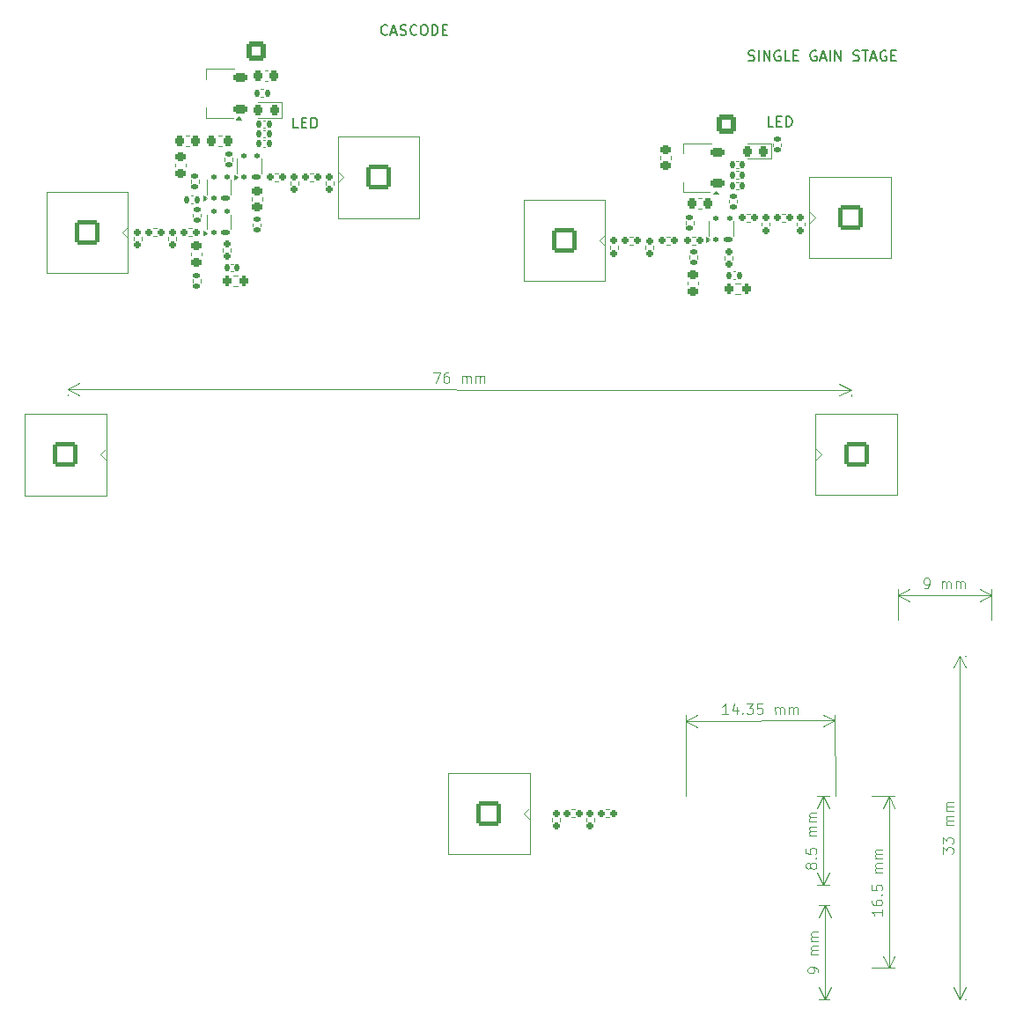
<source format=gto>
G04 #@! TF.GenerationSoftware,KiCad,Pcbnew,8.0.8-8.0.8-0~ubuntu24.04.1*
G04 #@! TF.CreationDate,2025-01-18T16:04:16+01:00*
G04 #@! TF.ProjectId,rf_lna,72665f6c-6e61-42e6-9b69-6361645f7063,rev?*
G04 #@! TF.SameCoordinates,Original*
G04 #@! TF.FileFunction,Legend,Top*
G04 #@! TF.FilePolarity,Positive*
%FSLAX46Y46*%
G04 Gerber Fmt 4.6, Leading zero omitted, Abs format (unit mm)*
G04 Created by KiCad (PCBNEW 8.0.8-8.0.8-0~ubuntu24.04.1) date 2025-01-18 16:04:16*
%MOMM*%
%LPD*%
G01*
G04 APERTURE LIST*
G04 Aperture macros list*
%AMRoundRect*
0 Rectangle with rounded corners*
0 $1 Rounding radius*
0 $2 $3 $4 $5 $6 $7 $8 $9 X,Y pos of 4 corners*
0 Add a 4 corners polygon primitive as box body*
4,1,4,$2,$3,$4,$5,$6,$7,$8,$9,$2,$3,0*
0 Add four circle primitives for the rounded corners*
1,1,$1+$1,$2,$3*
1,1,$1+$1,$4,$5*
1,1,$1+$1,$6,$7*
1,1,$1+$1,$8,$9*
0 Add four rect primitives between the rounded corners*
20,1,$1+$1,$2,$3,$4,$5,0*
20,1,$1+$1,$4,$5,$6,$7,0*
20,1,$1+$1,$6,$7,$8,$9,0*
20,1,$1+$1,$8,$9,$2,$3,0*%
%AMFreePoly0*
4,1,9,3.862500,-0.866500,0.737500,-0.866500,0.737500,-0.450000,-0.737500,-0.450000,-0.737500,0.450000,0.737500,0.450000,0.737500,0.866500,3.862500,0.866500,3.862500,-0.866500,3.862500,-0.866500,$1*%
G04 Aperture macros list end*
%ADD10C,0.160000*%
%ADD11C,0.100000*%
%ADD12C,0.120000*%
%ADD13RoundRect,0.135000X-0.185000X0.135000X-0.185000X-0.135000X0.185000X-0.135000X0.185000X0.135000X0*%
%ADD14RoundRect,0.160000X0.160000X-0.197500X0.160000X0.197500X-0.160000X0.197500X-0.160000X-0.197500X0*%
%ADD15RoundRect,0.218750X-0.256250X0.218750X-0.256250X-0.218750X0.256250X-0.218750X0.256250X0.218750X0*%
%ADD16RoundRect,0.160000X-0.197500X-0.160000X0.197500X-0.160000X0.197500X0.160000X-0.197500X0.160000X0*%
%ADD17RoundRect,0.140000X-0.140000X-0.170000X0.140000X-0.170000X0.140000X0.170000X-0.140000X0.170000X0*%
%ADD18RoundRect,0.200100X-0.949900X-0.949900X0.949900X-0.949900X0.949900X0.949900X-0.949900X0.949900X0*%
%ADD19C,2.200000*%
%ADD20RoundRect,0.200000X-0.200000X-0.275000X0.200000X-0.275000X0.200000X0.275000X-0.200000X0.275000X0*%
%ADD21RoundRect,0.225000X-0.225000X-0.250000X0.225000X-0.250000X0.225000X0.250000X-0.225000X0.250000X0*%
%ADD22RoundRect,0.125000X-0.125000X-0.165000X0.125000X-0.165000X0.125000X0.165000X-0.125000X0.165000X0*%
%ADD23RoundRect,0.145000X-0.255000X-0.145000X0.255000X-0.145000X0.255000X0.145000X-0.255000X0.145000X0*%
%ADD24RoundRect,0.250000X0.675000X0.675000X-0.675000X0.675000X-0.675000X-0.675000X0.675000X-0.675000X0*%
%ADD25C,1.850000*%
%ADD26RoundRect,0.218750X-0.218750X-0.256250X0.218750X-0.256250X0.218750X0.256250X-0.218750X0.256250X0*%
%ADD27RoundRect,0.200100X0.949900X0.949900X-0.949900X0.949900X-0.949900X-0.949900X0.949900X-0.949900X0*%
%ADD28RoundRect,0.160000X0.197500X0.160000X-0.197500X0.160000X-0.197500X-0.160000X0.197500X-0.160000X0*%
%ADD29RoundRect,0.218750X0.218750X0.256250X-0.218750X0.256250X-0.218750X-0.256250X0.218750X-0.256250X0*%
%ADD30RoundRect,0.135000X0.135000X0.185000X-0.135000X0.185000X-0.135000X-0.185000X0.135000X-0.185000X0*%
%ADD31RoundRect,0.160000X-0.160000X0.197500X-0.160000X-0.197500X0.160000X-0.197500X0.160000X0.197500X0*%
%ADD32RoundRect,0.225000X-0.250000X0.225000X-0.250000X-0.225000X0.250000X-0.225000X0.250000X0.225000X0*%
%ADD33RoundRect,0.225000X0.425000X0.225000X-0.425000X0.225000X-0.425000X-0.225000X0.425000X-0.225000X0*%
%ADD34FreePoly0,180.000000*%
%ADD35RoundRect,0.135000X0.185000X-0.135000X0.185000X0.135000X-0.185000X0.135000X-0.185000X-0.135000X0*%
G04 APERTURE END LIST*
D10*
X91064786Y-54974060D02*
X91017167Y-55021680D01*
X91017167Y-55021680D02*
X90874310Y-55069299D01*
X90874310Y-55069299D02*
X90779072Y-55069299D01*
X90779072Y-55069299D02*
X90636215Y-55021680D01*
X90636215Y-55021680D02*
X90540977Y-54926441D01*
X90540977Y-54926441D02*
X90493358Y-54831203D01*
X90493358Y-54831203D02*
X90445739Y-54640727D01*
X90445739Y-54640727D02*
X90445739Y-54497870D01*
X90445739Y-54497870D02*
X90493358Y-54307394D01*
X90493358Y-54307394D02*
X90540977Y-54212156D01*
X90540977Y-54212156D02*
X90636215Y-54116918D01*
X90636215Y-54116918D02*
X90779072Y-54069299D01*
X90779072Y-54069299D02*
X90874310Y-54069299D01*
X90874310Y-54069299D02*
X91017167Y-54116918D01*
X91017167Y-54116918D02*
X91064786Y-54164537D01*
X91445739Y-54783584D02*
X91921929Y-54783584D01*
X91350501Y-55069299D02*
X91683834Y-54069299D01*
X91683834Y-54069299D02*
X92017167Y-55069299D01*
X92302882Y-55021680D02*
X92445739Y-55069299D01*
X92445739Y-55069299D02*
X92683834Y-55069299D01*
X92683834Y-55069299D02*
X92779072Y-55021680D01*
X92779072Y-55021680D02*
X92826691Y-54974060D01*
X92826691Y-54974060D02*
X92874310Y-54878822D01*
X92874310Y-54878822D02*
X92874310Y-54783584D01*
X92874310Y-54783584D02*
X92826691Y-54688346D01*
X92826691Y-54688346D02*
X92779072Y-54640727D01*
X92779072Y-54640727D02*
X92683834Y-54593108D01*
X92683834Y-54593108D02*
X92493358Y-54545489D01*
X92493358Y-54545489D02*
X92398120Y-54497870D01*
X92398120Y-54497870D02*
X92350501Y-54450251D01*
X92350501Y-54450251D02*
X92302882Y-54355013D01*
X92302882Y-54355013D02*
X92302882Y-54259775D01*
X92302882Y-54259775D02*
X92350501Y-54164537D01*
X92350501Y-54164537D02*
X92398120Y-54116918D01*
X92398120Y-54116918D02*
X92493358Y-54069299D01*
X92493358Y-54069299D02*
X92731453Y-54069299D01*
X92731453Y-54069299D02*
X92874310Y-54116918D01*
X93874310Y-54974060D02*
X93826691Y-55021680D01*
X93826691Y-55021680D02*
X93683834Y-55069299D01*
X93683834Y-55069299D02*
X93588596Y-55069299D01*
X93588596Y-55069299D02*
X93445739Y-55021680D01*
X93445739Y-55021680D02*
X93350501Y-54926441D01*
X93350501Y-54926441D02*
X93302882Y-54831203D01*
X93302882Y-54831203D02*
X93255263Y-54640727D01*
X93255263Y-54640727D02*
X93255263Y-54497870D01*
X93255263Y-54497870D02*
X93302882Y-54307394D01*
X93302882Y-54307394D02*
X93350501Y-54212156D01*
X93350501Y-54212156D02*
X93445739Y-54116918D01*
X93445739Y-54116918D02*
X93588596Y-54069299D01*
X93588596Y-54069299D02*
X93683834Y-54069299D01*
X93683834Y-54069299D02*
X93826691Y-54116918D01*
X93826691Y-54116918D02*
X93874310Y-54164537D01*
X94493358Y-54069299D02*
X94683834Y-54069299D01*
X94683834Y-54069299D02*
X94779072Y-54116918D01*
X94779072Y-54116918D02*
X94874310Y-54212156D01*
X94874310Y-54212156D02*
X94921929Y-54402632D01*
X94921929Y-54402632D02*
X94921929Y-54735965D01*
X94921929Y-54735965D02*
X94874310Y-54926441D01*
X94874310Y-54926441D02*
X94779072Y-55021680D01*
X94779072Y-55021680D02*
X94683834Y-55069299D01*
X94683834Y-55069299D02*
X94493358Y-55069299D01*
X94493358Y-55069299D02*
X94398120Y-55021680D01*
X94398120Y-55021680D02*
X94302882Y-54926441D01*
X94302882Y-54926441D02*
X94255263Y-54735965D01*
X94255263Y-54735965D02*
X94255263Y-54402632D01*
X94255263Y-54402632D02*
X94302882Y-54212156D01*
X94302882Y-54212156D02*
X94398120Y-54116918D01*
X94398120Y-54116918D02*
X94493358Y-54069299D01*
X95350501Y-55069299D02*
X95350501Y-54069299D01*
X95350501Y-54069299D02*
X95588596Y-54069299D01*
X95588596Y-54069299D02*
X95731453Y-54116918D01*
X95731453Y-54116918D02*
X95826691Y-54212156D01*
X95826691Y-54212156D02*
X95874310Y-54307394D01*
X95874310Y-54307394D02*
X95921929Y-54497870D01*
X95921929Y-54497870D02*
X95921929Y-54640727D01*
X95921929Y-54640727D02*
X95874310Y-54831203D01*
X95874310Y-54831203D02*
X95826691Y-54926441D01*
X95826691Y-54926441D02*
X95731453Y-55021680D01*
X95731453Y-55021680D02*
X95588596Y-55069299D01*
X95588596Y-55069299D02*
X95350501Y-55069299D01*
X96350501Y-54545489D02*
X96683834Y-54545489D01*
X96826691Y-55069299D02*
X96350501Y-55069299D01*
X96350501Y-55069299D02*
X96350501Y-54069299D01*
X96350501Y-54069299D02*
X96826691Y-54069299D01*
X82482048Y-63994299D02*
X82005858Y-63994299D01*
X82005858Y-63994299D02*
X82005858Y-62994299D01*
X82815382Y-63470489D02*
X83148715Y-63470489D01*
X83291572Y-63994299D02*
X82815382Y-63994299D01*
X82815382Y-63994299D02*
X82815382Y-62994299D01*
X82815382Y-62994299D02*
X83291572Y-62994299D01*
X83720144Y-63994299D02*
X83720144Y-62994299D01*
X83720144Y-62994299D02*
X83958239Y-62994299D01*
X83958239Y-62994299D02*
X84101096Y-63041918D01*
X84101096Y-63041918D02*
X84196334Y-63137156D01*
X84196334Y-63137156D02*
X84243953Y-63232394D01*
X84243953Y-63232394D02*
X84291572Y-63422870D01*
X84291572Y-63422870D02*
X84291572Y-63565727D01*
X84291572Y-63565727D02*
X84243953Y-63756203D01*
X84243953Y-63756203D02*
X84196334Y-63851441D01*
X84196334Y-63851441D02*
X84101096Y-63946680D01*
X84101096Y-63946680D02*
X83958239Y-63994299D01*
X83958239Y-63994299D02*
X83720144Y-63994299D01*
X128169548Y-63869299D02*
X127693358Y-63869299D01*
X127693358Y-63869299D02*
X127693358Y-62869299D01*
X128502882Y-63345489D02*
X128836215Y-63345489D01*
X128979072Y-63869299D02*
X128502882Y-63869299D01*
X128502882Y-63869299D02*
X128502882Y-62869299D01*
X128502882Y-62869299D02*
X128979072Y-62869299D01*
X129407644Y-63869299D02*
X129407644Y-62869299D01*
X129407644Y-62869299D02*
X129645739Y-62869299D01*
X129645739Y-62869299D02*
X129788596Y-62916918D01*
X129788596Y-62916918D02*
X129883834Y-63012156D01*
X129883834Y-63012156D02*
X129931453Y-63107394D01*
X129931453Y-63107394D02*
X129979072Y-63297870D01*
X129979072Y-63297870D02*
X129979072Y-63440727D01*
X129979072Y-63440727D02*
X129931453Y-63631203D01*
X129931453Y-63631203D02*
X129883834Y-63726441D01*
X129883834Y-63726441D02*
X129788596Y-63821680D01*
X129788596Y-63821680D02*
X129645739Y-63869299D01*
X129645739Y-63869299D02*
X129407644Y-63869299D01*
X125775739Y-57481680D02*
X125918596Y-57529299D01*
X125918596Y-57529299D02*
X126156691Y-57529299D01*
X126156691Y-57529299D02*
X126251929Y-57481680D01*
X126251929Y-57481680D02*
X126299548Y-57434060D01*
X126299548Y-57434060D02*
X126347167Y-57338822D01*
X126347167Y-57338822D02*
X126347167Y-57243584D01*
X126347167Y-57243584D02*
X126299548Y-57148346D01*
X126299548Y-57148346D02*
X126251929Y-57100727D01*
X126251929Y-57100727D02*
X126156691Y-57053108D01*
X126156691Y-57053108D02*
X125966215Y-57005489D01*
X125966215Y-57005489D02*
X125870977Y-56957870D01*
X125870977Y-56957870D02*
X125823358Y-56910251D01*
X125823358Y-56910251D02*
X125775739Y-56815013D01*
X125775739Y-56815013D02*
X125775739Y-56719775D01*
X125775739Y-56719775D02*
X125823358Y-56624537D01*
X125823358Y-56624537D02*
X125870977Y-56576918D01*
X125870977Y-56576918D02*
X125966215Y-56529299D01*
X125966215Y-56529299D02*
X126204310Y-56529299D01*
X126204310Y-56529299D02*
X126347167Y-56576918D01*
X126775739Y-57529299D02*
X126775739Y-56529299D01*
X127251929Y-57529299D02*
X127251929Y-56529299D01*
X127251929Y-56529299D02*
X127823357Y-57529299D01*
X127823357Y-57529299D02*
X127823357Y-56529299D01*
X128823357Y-56576918D02*
X128728119Y-56529299D01*
X128728119Y-56529299D02*
X128585262Y-56529299D01*
X128585262Y-56529299D02*
X128442405Y-56576918D01*
X128442405Y-56576918D02*
X128347167Y-56672156D01*
X128347167Y-56672156D02*
X128299548Y-56767394D01*
X128299548Y-56767394D02*
X128251929Y-56957870D01*
X128251929Y-56957870D02*
X128251929Y-57100727D01*
X128251929Y-57100727D02*
X128299548Y-57291203D01*
X128299548Y-57291203D02*
X128347167Y-57386441D01*
X128347167Y-57386441D02*
X128442405Y-57481680D01*
X128442405Y-57481680D02*
X128585262Y-57529299D01*
X128585262Y-57529299D02*
X128680500Y-57529299D01*
X128680500Y-57529299D02*
X128823357Y-57481680D01*
X128823357Y-57481680D02*
X128870976Y-57434060D01*
X128870976Y-57434060D02*
X128870976Y-57100727D01*
X128870976Y-57100727D02*
X128680500Y-57100727D01*
X129775738Y-57529299D02*
X129299548Y-57529299D01*
X129299548Y-57529299D02*
X129299548Y-56529299D01*
X130109072Y-57005489D02*
X130442405Y-57005489D01*
X130585262Y-57529299D02*
X130109072Y-57529299D01*
X130109072Y-57529299D02*
X130109072Y-56529299D01*
X130109072Y-56529299D02*
X130585262Y-56529299D01*
X132299548Y-56576918D02*
X132204310Y-56529299D01*
X132204310Y-56529299D02*
X132061453Y-56529299D01*
X132061453Y-56529299D02*
X131918596Y-56576918D01*
X131918596Y-56576918D02*
X131823358Y-56672156D01*
X131823358Y-56672156D02*
X131775739Y-56767394D01*
X131775739Y-56767394D02*
X131728120Y-56957870D01*
X131728120Y-56957870D02*
X131728120Y-57100727D01*
X131728120Y-57100727D02*
X131775739Y-57291203D01*
X131775739Y-57291203D02*
X131823358Y-57386441D01*
X131823358Y-57386441D02*
X131918596Y-57481680D01*
X131918596Y-57481680D02*
X132061453Y-57529299D01*
X132061453Y-57529299D02*
X132156691Y-57529299D01*
X132156691Y-57529299D02*
X132299548Y-57481680D01*
X132299548Y-57481680D02*
X132347167Y-57434060D01*
X132347167Y-57434060D02*
X132347167Y-57100727D01*
X132347167Y-57100727D02*
X132156691Y-57100727D01*
X132728120Y-57243584D02*
X133204310Y-57243584D01*
X132632882Y-57529299D02*
X132966215Y-56529299D01*
X132966215Y-56529299D02*
X133299548Y-57529299D01*
X133632882Y-57529299D02*
X133632882Y-56529299D01*
X134109072Y-57529299D02*
X134109072Y-56529299D01*
X134109072Y-56529299D02*
X134680500Y-57529299D01*
X134680500Y-57529299D02*
X134680500Y-56529299D01*
X135870977Y-57481680D02*
X136013834Y-57529299D01*
X136013834Y-57529299D02*
X136251929Y-57529299D01*
X136251929Y-57529299D02*
X136347167Y-57481680D01*
X136347167Y-57481680D02*
X136394786Y-57434060D01*
X136394786Y-57434060D02*
X136442405Y-57338822D01*
X136442405Y-57338822D02*
X136442405Y-57243584D01*
X136442405Y-57243584D02*
X136394786Y-57148346D01*
X136394786Y-57148346D02*
X136347167Y-57100727D01*
X136347167Y-57100727D02*
X136251929Y-57053108D01*
X136251929Y-57053108D02*
X136061453Y-57005489D01*
X136061453Y-57005489D02*
X135966215Y-56957870D01*
X135966215Y-56957870D02*
X135918596Y-56910251D01*
X135918596Y-56910251D02*
X135870977Y-56815013D01*
X135870977Y-56815013D02*
X135870977Y-56719775D01*
X135870977Y-56719775D02*
X135918596Y-56624537D01*
X135918596Y-56624537D02*
X135966215Y-56576918D01*
X135966215Y-56576918D02*
X136061453Y-56529299D01*
X136061453Y-56529299D02*
X136299548Y-56529299D01*
X136299548Y-56529299D02*
X136442405Y-56576918D01*
X136728120Y-56529299D02*
X137299548Y-56529299D01*
X137013834Y-57529299D02*
X137013834Y-56529299D01*
X137585263Y-57243584D02*
X138061453Y-57243584D01*
X137490025Y-57529299D02*
X137823358Y-56529299D01*
X137823358Y-56529299D02*
X138156691Y-57529299D01*
X139013834Y-56576918D02*
X138918596Y-56529299D01*
X138918596Y-56529299D02*
X138775739Y-56529299D01*
X138775739Y-56529299D02*
X138632882Y-56576918D01*
X138632882Y-56576918D02*
X138537644Y-56672156D01*
X138537644Y-56672156D02*
X138490025Y-56767394D01*
X138490025Y-56767394D02*
X138442406Y-56957870D01*
X138442406Y-56957870D02*
X138442406Y-57100727D01*
X138442406Y-57100727D02*
X138490025Y-57291203D01*
X138490025Y-57291203D02*
X138537644Y-57386441D01*
X138537644Y-57386441D02*
X138632882Y-57481680D01*
X138632882Y-57481680D02*
X138775739Y-57529299D01*
X138775739Y-57529299D02*
X138870977Y-57529299D01*
X138870977Y-57529299D02*
X139013834Y-57481680D01*
X139013834Y-57481680D02*
X139061453Y-57434060D01*
X139061453Y-57434060D02*
X139061453Y-57100727D01*
X139061453Y-57100727D02*
X138870977Y-57100727D01*
X139490025Y-57005489D02*
X139823358Y-57005489D01*
X139966215Y-57529299D02*
X139490025Y-57529299D01*
X139490025Y-57529299D02*
X139490025Y-56529299D01*
X139490025Y-56529299D02*
X139966215Y-56529299D01*
D11*
X144457419Y-133773808D02*
X144457419Y-133154761D01*
X144457419Y-133154761D02*
X144838371Y-133488094D01*
X144838371Y-133488094D02*
X144838371Y-133345237D01*
X144838371Y-133345237D02*
X144885990Y-133249999D01*
X144885990Y-133249999D02*
X144933609Y-133202380D01*
X144933609Y-133202380D02*
X145028847Y-133154761D01*
X145028847Y-133154761D02*
X145266942Y-133154761D01*
X145266942Y-133154761D02*
X145362180Y-133202380D01*
X145362180Y-133202380D02*
X145409800Y-133249999D01*
X145409800Y-133249999D02*
X145457419Y-133345237D01*
X145457419Y-133345237D02*
X145457419Y-133630951D01*
X145457419Y-133630951D02*
X145409800Y-133726189D01*
X145409800Y-133726189D02*
X145362180Y-133773808D01*
X144457419Y-132821427D02*
X144457419Y-132202380D01*
X144457419Y-132202380D02*
X144838371Y-132535713D01*
X144838371Y-132535713D02*
X144838371Y-132392856D01*
X144838371Y-132392856D02*
X144885990Y-132297618D01*
X144885990Y-132297618D02*
X144933609Y-132249999D01*
X144933609Y-132249999D02*
X145028847Y-132202380D01*
X145028847Y-132202380D02*
X145266942Y-132202380D01*
X145266942Y-132202380D02*
X145362180Y-132249999D01*
X145362180Y-132249999D02*
X145409800Y-132297618D01*
X145409800Y-132297618D02*
X145457419Y-132392856D01*
X145457419Y-132392856D02*
X145457419Y-132678570D01*
X145457419Y-132678570D02*
X145409800Y-132773808D01*
X145409800Y-132773808D02*
X145362180Y-132821427D01*
X145457419Y-131011903D02*
X144790752Y-131011903D01*
X144885990Y-131011903D02*
X144838371Y-130964284D01*
X144838371Y-130964284D02*
X144790752Y-130869046D01*
X144790752Y-130869046D02*
X144790752Y-130726189D01*
X144790752Y-130726189D02*
X144838371Y-130630951D01*
X144838371Y-130630951D02*
X144933609Y-130583332D01*
X144933609Y-130583332D02*
X145457419Y-130583332D01*
X144933609Y-130583332D02*
X144838371Y-130535713D01*
X144838371Y-130535713D02*
X144790752Y-130440475D01*
X144790752Y-130440475D02*
X144790752Y-130297618D01*
X144790752Y-130297618D02*
X144838371Y-130202379D01*
X144838371Y-130202379D02*
X144933609Y-130154760D01*
X144933609Y-130154760D02*
X145457419Y-130154760D01*
X145457419Y-129678570D02*
X144790752Y-129678570D01*
X144885990Y-129678570D02*
X144838371Y-129630951D01*
X144838371Y-129630951D02*
X144790752Y-129535713D01*
X144790752Y-129535713D02*
X144790752Y-129392856D01*
X144790752Y-129392856D02*
X144838371Y-129297618D01*
X144838371Y-129297618D02*
X144933609Y-129249999D01*
X144933609Y-129249999D02*
X145457419Y-129249999D01*
X144933609Y-129249999D02*
X144838371Y-129202380D01*
X144838371Y-129202380D02*
X144790752Y-129107142D01*
X144790752Y-129107142D02*
X144790752Y-128964285D01*
X144790752Y-128964285D02*
X144838371Y-128869046D01*
X144838371Y-128869046D02*
X144933609Y-128821427D01*
X144933609Y-128821427D02*
X145457419Y-128821427D01*
X146600000Y-114750000D02*
X146686420Y-114750000D01*
X146600000Y-147750000D02*
X146686420Y-147750000D01*
X146100000Y-114750000D02*
X146100000Y-147750000D01*
X146100000Y-114750000D02*
X146100000Y-147750000D01*
X146100000Y-114750000D02*
X146686421Y-115876504D01*
X146100000Y-114750000D02*
X145513579Y-115876504D01*
X146100000Y-147750000D02*
X145513579Y-146623496D01*
X146100000Y-147750000D02*
X146686421Y-146623496D01*
X131735991Y-135023808D02*
X131688372Y-135119046D01*
X131688372Y-135119046D02*
X131640753Y-135166665D01*
X131640753Y-135166665D02*
X131545515Y-135214284D01*
X131545515Y-135214284D02*
X131497896Y-135214284D01*
X131497896Y-135214284D02*
X131402658Y-135166665D01*
X131402658Y-135166665D02*
X131355039Y-135119046D01*
X131355039Y-135119046D02*
X131307420Y-135023808D01*
X131307420Y-135023808D02*
X131307420Y-134833332D01*
X131307420Y-134833332D02*
X131355039Y-134738094D01*
X131355039Y-134738094D02*
X131402658Y-134690475D01*
X131402658Y-134690475D02*
X131497896Y-134642856D01*
X131497896Y-134642856D02*
X131545515Y-134642856D01*
X131545515Y-134642856D02*
X131640753Y-134690475D01*
X131640753Y-134690475D02*
X131688372Y-134738094D01*
X131688372Y-134738094D02*
X131735991Y-134833332D01*
X131735991Y-134833332D02*
X131735991Y-135023808D01*
X131735991Y-135023808D02*
X131783610Y-135119046D01*
X131783610Y-135119046D02*
X131831229Y-135166665D01*
X131831229Y-135166665D02*
X131926467Y-135214284D01*
X131926467Y-135214284D02*
X132116943Y-135214284D01*
X132116943Y-135214284D02*
X132212181Y-135166665D01*
X132212181Y-135166665D02*
X132259801Y-135119046D01*
X132259801Y-135119046D02*
X132307420Y-135023808D01*
X132307420Y-135023808D02*
X132307420Y-134833332D01*
X132307420Y-134833332D02*
X132259801Y-134738094D01*
X132259801Y-134738094D02*
X132212181Y-134690475D01*
X132212181Y-134690475D02*
X132116943Y-134642856D01*
X132116943Y-134642856D02*
X131926467Y-134642856D01*
X131926467Y-134642856D02*
X131831229Y-134690475D01*
X131831229Y-134690475D02*
X131783610Y-134738094D01*
X131783610Y-134738094D02*
X131735991Y-134833332D01*
X132212181Y-134214284D02*
X132259801Y-134166665D01*
X132259801Y-134166665D02*
X132307420Y-134214284D01*
X132307420Y-134214284D02*
X132259801Y-134261903D01*
X132259801Y-134261903D02*
X132212181Y-134214284D01*
X132212181Y-134214284D02*
X132307420Y-134214284D01*
X131307420Y-133261904D02*
X131307420Y-133738094D01*
X131307420Y-133738094D02*
X131783610Y-133785713D01*
X131783610Y-133785713D02*
X131735991Y-133738094D01*
X131735991Y-133738094D02*
X131688372Y-133642856D01*
X131688372Y-133642856D02*
X131688372Y-133404761D01*
X131688372Y-133404761D02*
X131735991Y-133309523D01*
X131735991Y-133309523D02*
X131783610Y-133261904D01*
X131783610Y-133261904D02*
X131878848Y-133214285D01*
X131878848Y-133214285D02*
X132116943Y-133214285D01*
X132116943Y-133214285D02*
X132212181Y-133261904D01*
X132212181Y-133261904D02*
X132259801Y-133309523D01*
X132259801Y-133309523D02*
X132307420Y-133404761D01*
X132307420Y-133404761D02*
X132307420Y-133642856D01*
X132307420Y-133642856D02*
X132259801Y-133738094D01*
X132259801Y-133738094D02*
X132212181Y-133785713D01*
X132307420Y-132023808D02*
X131640753Y-132023808D01*
X131735991Y-132023808D02*
X131688372Y-131976189D01*
X131688372Y-131976189D02*
X131640753Y-131880951D01*
X131640753Y-131880951D02*
X131640753Y-131738094D01*
X131640753Y-131738094D02*
X131688372Y-131642856D01*
X131688372Y-131642856D02*
X131783610Y-131595237D01*
X131783610Y-131595237D02*
X132307420Y-131595237D01*
X131783610Y-131595237D02*
X131688372Y-131547618D01*
X131688372Y-131547618D02*
X131640753Y-131452380D01*
X131640753Y-131452380D02*
X131640753Y-131309523D01*
X131640753Y-131309523D02*
X131688372Y-131214284D01*
X131688372Y-131214284D02*
X131783610Y-131166665D01*
X131783610Y-131166665D02*
X132307420Y-131166665D01*
X132307420Y-130690475D02*
X131640753Y-130690475D01*
X131735991Y-130690475D02*
X131688372Y-130642856D01*
X131688372Y-130642856D02*
X131640753Y-130547618D01*
X131640753Y-130547618D02*
X131640753Y-130404761D01*
X131640753Y-130404761D02*
X131688372Y-130309523D01*
X131688372Y-130309523D02*
X131783610Y-130261904D01*
X131783610Y-130261904D02*
X132307420Y-130261904D01*
X131783610Y-130261904D02*
X131688372Y-130214285D01*
X131688372Y-130214285D02*
X131640753Y-130119047D01*
X131640753Y-130119047D02*
X131640753Y-129976190D01*
X131640753Y-129976190D02*
X131688372Y-129880951D01*
X131688372Y-129880951D02*
X131783610Y-129833332D01*
X131783610Y-129833332D02*
X132307420Y-129833332D01*
X133600000Y-128250000D02*
X132363581Y-128250000D01*
X133600000Y-136750000D02*
X132363581Y-136750000D01*
X132950001Y-128250000D02*
X132950001Y-136750000D01*
X132950001Y-128250000D02*
X132950001Y-136750000D01*
X132950001Y-128250000D02*
X133536422Y-129376504D01*
X132950001Y-128250000D02*
X132363580Y-129376504D01*
X132950001Y-136750000D02*
X132363580Y-135623496D01*
X132950001Y-136750000D02*
X133536422Y-135623496D01*
X123828648Y-120350312D02*
X123257220Y-120351308D01*
X123542934Y-120350810D02*
X123541192Y-119350812D01*
X123541192Y-119350812D02*
X123446203Y-119493834D01*
X123446203Y-119493834D02*
X123351131Y-119589238D01*
X123351131Y-119589238D02*
X123255976Y-119637023D01*
X124684628Y-119682153D02*
X124685789Y-120348819D01*
X124445869Y-119301616D02*
X124209019Y-120016316D01*
X124209019Y-120016316D02*
X124828066Y-120015237D01*
X125209432Y-120252668D02*
X125257134Y-120300204D01*
X125257134Y-120300204D02*
X125209598Y-120347906D01*
X125209598Y-120347906D02*
X125161896Y-120300370D01*
X125161896Y-120300370D02*
X125209432Y-120252668D01*
X125209432Y-120252668D02*
X125209598Y-120347906D01*
X125588807Y-119347244D02*
X126207854Y-119346166D01*
X126207854Y-119346166D02*
X125875185Y-119727698D01*
X125875185Y-119727698D02*
X126018042Y-119727449D01*
X126018042Y-119727449D02*
X126113363Y-119774902D01*
X126113363Y-119774902D02*
X126161065Y-119822438D01*
X126161065Y-119822438D02*
X126208850Y-119917593D01*
X126208850Y-119917593D02*
X126209264Y-120155688D01*
X126209264Y-120155688D02*
X126161811Y-120251009D01*
X126161811Y-120251009D02*
X126114275Y-120298711D01*
X126114275Y-120298711D02*
X126019120Y-120346496D01*
X126019120Y-120346496D02*
X125733406Y-120346994D01*
X125733406Y-120346994D02*
X125638086Y-120299541D01*
X125638086Y-120299541D02*
X125590384Y-120252005D01*
X127112615Y-119344590D02*
X126636425Y-119345419D01*
X126636425Y-119345419D02*
X126589636Y-119821692D01*
X126589636Y-119821692D02*
X126637172Y-119773990D01*
X126637172Y-119773990D02*
X126732327Y-119726205D01*
X126732327Y-119726205D02*
X126970421Y-119725790D01*
X126970421Y-119725790D02*
X127065742Y-119773243D01*
X127065742Y-119773243D02*
X127113444Y-119820779D01*
X127113444Y-119820779D02*
X127161229Y-119915934D01*
X127161229Y-119915934D02*
X127161644Y-120154029D01*
X127161644Y-120154029D02*
X127114191Y-120249350D01*
X127114191Y-120249350D02*
X127066655Y-120297052D01*
X127066655Y-120297052D02*
X126971500Y-120344837D01*
X126971500Y-120344837D02*
X126733405Y-120345252D01*
X126733405Y-120345252D02*
X126638084Y-120297799D01*
X126638084Y-120297799D02*
X126590382Y-120250263D01*
X128352450Y-120342431D02*
X128351289Y-119675765D01*
X128351455Y-119771003D02*
X128398991Y-119723301D01*
X128398991Y-119723301D02*
X128494146Y-119675517D01*
X128494146Y-119675517D02*
X128637003Y-119675268D01*
X128637003Y-119675268D02*
X128732324Y-119722721D01*
X128732324Y-119722721D02*
X128780109Y-119817876D01*
X128780109Y-119817876D02*
X128781021Y-120341684D01*
X128780109Y-119817876D02*
X128827562Y-119722555D01*
X128827562Y-119722555D02*
X128922717Y-119674770D01*
X128922717Y-119674770D02*
X129065574Y-119674521D01*
X129065574Y-119674521D02*
X129160895Y-119721974D01*
X129160895Y-119721974D02*
X129208679Y-119817129D01*
X129208679Y-119817129D02*
X129209592Y-120340938D01*
X129685781Y-120340108D02*
X129684620Y-119673443D01*
X129684786Y-119768680D02*
X129732322Y-119720979D01*
X129732322Y-119720979D02*
X129827477Y-119673194D01*
X129827477Y-119673194D02*
X129970334Y-119672945D01*
X129970334Y-119672945D02*
X130065655Y-119720398D01*
X130065655Y-119720398D02*
X130113440Y-119815553D01*
X130113440Y-119815553D02*
X130114352Y-120339362D01*
X130113440Y-119815553D02*
X130160893Y-119720232D01*
X130160893Y-119720232D02*
X130256048Y-119672447D01*
X130256048Y-119672447D02*
X130398905Y-119672198D01*
X130398905Y-119672198D02*
X130494226Y-119719651D01*
X130494226Y-119719651D02*
X130542010Y-119814806D01*
X130542010Y-119814806D02*
X130542923Y-120338615D01*
X119762571Y-128215525D02*
X119748979Y-120413581D01*
X134112571Y-128190525D02*
X134098979Y-120388581D01*
X119750000Y-121000000D02*
X134100000Y-120975000D01*
X119750000Y-121000000D02*
X134100000Y-120975000D01*
X119750000Y-121000000D02*
X120875480Y-120411618D01*
X119750000Y-121000000D02*
X120877524Y-121584457D01*
X134100000Y-120975000D02*
X132974520Y-121563382D01*
X134100000Y-120975000D02*
X132972476Y-120390543D01*
X138632419Y-139119047D02*
X138632419Y-139690475D01*
X138632419Y-139404761D02*
X137632419Y-139404761D01*
X137632419Y-139404761D02*
X137775276Y-139499999D01*
X137775276Y-139499999D02*
X137870514Y-139595237D01*
X137870514Y-139595237D02*
X137918133Y-139690475D01*
X137632419Y-138261904D02*
X137632419Y-138452380D01*
X137632419Y-138452380D02*
X137680038Y-138547618D01*
X137680038Y-138547618D02*
X137727657Y-138595237D01*
X137727657Y-138595237D02*
X137870514Y-138690475D01*
X137870514Y-138690475D02*
X138060990Y-138738094D01*
X138060990Y-138738094D02*
X138441942Y-138738094D01*
X138441942Y-138738094D02*
X138537180Y-138690475D01*
X138537180Y-138690475D02*
X138584800Y-138642856D01*
X138584800Y-138642856D02*
X138632419Y-138547618D01*
X138632419Y-138547618D02*
X138632419Y-138357142D01*
X138632419Y-138357142D02*
X138584800Y-138261904D01*
X138584800Y-138261904D02*
X138537180Y-138214285D01*
X138537180Y-138214285D02*
X138441942Y-138166666D01*
X138441942Y-138166666D02*
X138203847Y-138166666D01*
X138203847Y-138166666D02*
X138108609Y-138214285D01*
X138108609Y-138214285D02*
X138060990Y-138261904D01*
X138060990Y-138261904D02*
X138013371Y-138357142D01*
X138013371Y-138357142D02*
X138013371Y-138547618D01*
X138013371Y-138547618D02*
X138060990Y-138642856D01*
X138060990Y-138642856D02*
X138108609Y-138690475D01*
X138108609Y-138690475D02*
X138203847Y-138738094D01*
X138537180Y-137738094D02*
X138584800Y-137690475D01*
X138584800Y-137690475D02*
X138632419Y-137738094D01*
X138632419Y-137738094D02*
X138584800Y-137785713D01*
X138584800Y-137785713D02*
X138537180Y-137738094D01*
X138537180Y-137738094D02*
X138632419Y-137738094D01*
X137632419Y-136785714D02*
X137632419Y-137261904D01*
X137632419Y-137261904D02*
X138108609Y-137309523D01*
X138108609Y-137309523D02*
X138060990Y-137261904D01*
X138060990Y-137261904D02*
X138013371Y-137166666D01*
X138013371Y-137166666D02*
X138013371Y-136928571D01*
X138013371Y-136928571D02*
X138060990Y-136833333D01*
X138060990Y-136833333D02*
X138108609Y-136785714D01*
X138108609Y-136785714D02*
X138203847Y-136738095D01*
X138203847Y-136738095D02*
X138441942Y-136738095D01*
X138441942Y-136738095D02*
X138537180Y-136785714D01*
X138537180Y-136785714D02*
X138584800Y-136833333D01*
X138584800Y-136833333D02*
X138632419Y-136928571D01*
X138632419Y-136928571D02*
X138632419Y-137166666D01*
X138632419Y-137166666D02*
X138584800Y-137261904D01*
X138584800Y-137261904D02*
X138537180Y-137309523D01*
X138632419Y-135547618D02*
X137965752Y-135547618D01*
X138060990Y-135547618D02*
X138013371Y-135499999D01*
X138013371Y-135499999D02*
X137965752Y-135404761D01*
X137965752Y-135404761D02*
X137965752Y-135261904D01*
X137965752Y-135261904D02*
X138013371Y-135166666D01*
X138013371Y-135166666D02*
X138108609Y-135119047D01*
X138108609Y-135119047D02*
X138632419Y-135119047D01*
X138108609Y-135119047D02*
X138013371Y-135071428D01*
X138013371Y-135071428D02*
X137965752Y-134976190D01*
X137965752Y-134976190D02*
X137965752Y-134833333D01*
X137965752Y-134833333D02*
X138013371Y-134738094D01*
X138013371Y-134738094D02*
X138108609Y-134690475D01*
X138108609Y-134690475D02*
X138632419Y-134690475D01*
X138632419Y-134214285D02*
X137965752Y-134214285D01*
X138060990Y-134214285D02*
X138013371Y-134166666D01*
X138013371Y-134166666D02*
X137965752Y-134071428D01*
X137965752Y-134071428D02*
X137965752Y-133928571D01*
X137965752Y-133928571D02*
X138013371Y-133833333D01*
X138013371Y-133833333D02*
X138108609Y-133785714D01*
X138108609Y-133785714D02*
X138632419Y-133785714D01*
X138108609Y-133785714D02*
X138013371Y-133738095D01*
X138013371Y-133738095D02*
X137965752Y-133642857D01*
X137965752Y-133642857D02*
X137965752Y-133500000D01*
X137965752Y-133500000D02*
X138013371Y-133404761D01*
X138013371Y-133404761D02*
X138108609Y-133357142D01*
X138108609Y-133357142D02*
X138632419Y-133357142D01*
X137600000Y-128250000D02*
X139861420Y-128250000D01*
X137600000Y-144750000D02*
X139861420Y-144750000D01*
X139275000Y-128250000D02*
X139275000Y-144750000D01*
X139275000Y-128250000D02*
X139275000Y-144750000D01*
X139275000Y-128250000D02*
X139861421Y-129376504D01*
X139275000Y-128250000D02*
X138688579Y-129376504D01*
X139275000Y-144750000D02*
X138688579Y-143623496D01*
X139275000Y-144750000D02*
X139861421Y-143623496D01*
X142720238Y-108257419D02*
X142910714Y-108257419D01*
X142910714Y-108257419D02*
X143005952Y-108209800D01*
X143005952Y-108209800D02*
X143053571Y-108162180D01*
X143053571Y-108162180D02*
X143148809Y-108019323D01*
X143148809Y-108019323D02*
X143196428Y-107828847D01*
X143196428Y-107828847D02*
X143196428Y-107447895D01*
X143196428Y-107447895D02*
X143148809Y-107352657D01*
X143148809Y-107352657D02*
X143101190Y-107305038D01*
X143101190Y-107305038D02*
X143005952Y-107257419D01*
X143005952Y-107257419D02*
X142815476Y-107257419D01*
X142815476Y-107257419D02*
X142720238Y-107305038D01*
X142720238Y-107305038D02*
X142672619Y-107352657D01*
X142672619Y-107352657D02*
X142625000Y-107447895D01*
X142625000Y-107447895D02*
X142625000Y-107685990D01*
X142625000Y-107685990D02*
X142672619Y-107781228D01*
X142672619Y-107781228D02*
X142720238Y-107828847D01*
X142720238Y-107828847D02*
X142815476Y-107876466D01*
X142815476Y-107876466D02*
X143005952Y-107876466D01*
X143005952Y-107876466D02*
X143101190Y-107828847D01*
X143101190Y-107828847D02*
X143148809Y-107781228D01*
X143148809Y-107781228D02*
X143196428Y-107685990D01*
X144386905Y-108257419D02*
X144386905Y-107590752D01*
X144386905Y-107685990D02*
X144434524Y-107638371D01*
X144434524Y-107638371D02*
X144529762Y-107590752D01*
X144529762Y-107590752D02*
X144672619Y-107590752D01*
X144672619Y-107590752D02*
X144767857Y-107638371D01*
X144767857Y-107638371D02*
X144815476Y-107733609D01*
X144815476Y-107733609D02*
X144815476Y-108257419D01*
X144815476Y-107733609D02*
X144863095Y-107638371D01*
X144863095Y-107638371D02*
X144958333Y-107590752D01*
X144958333Y-107590752D02*
X145101190Y-107590752D01*
X145101190Y-107590752D02*
X145196429Y-107638371D01*
X145196429Y-107638371D02*
X145244048Y-107733609D01*
X145244048Y-107733609D02*
X145244048Y-108257419D01*
X145720238Y-108257419D02*
X145720238Y-107590752D01*
X145720238Y-107685990D02*
X145767857Y-107638371D01*
X145767857Y-107638371D02*
X145863095Y-107590752D01*
X145863095Y-107590752D02*
X146005952Y-107590752D01*
X146005952Y-107590752D02*
X146101190Y-107638371D01*
X146101190Y-107638371D02*
X146148809Y-107733609D01*
X146148809Y-107733609D02*
X146148809Y-108257419D01*
X146148809Y-107733609D02*
X146196428Y-107638371D01*
X146196428Y-107638371D02*
X146291666Y-107590752D01*
X146291666Y-107590752D02*
X146434523Y-107590752D01*
X146434523Y-107590752D02*
X146529762Y-107638371D01*
X146529762Y-107638371D02*
X146577381Y-107733609D01*
X146577381Y-107733609D02*
X146577381Y-108257419D01*
X140125000Y-111250000D02*
X140125000Y-108313580D01*
X149125000Y-111250000D02*
X149125000Y-108313580D01*
X140125000Y-108900000D02*
X149125000Y-108900000D01*
X140125000Y-108900000D02*
X149125000Y-108900000D01*
X140125000Y-108900000D02*
X141251504Y-108313579D01*
X140125000Y-108900000D02*
X141251504Y-109486421D01*
X149125000Y-108900000D02*
X147998496Y-109486421D01*
X149125000Y-108900000D02*
X147998496Y-108313579D01*
X95452281Y-87480744D02*
X96118948Y-87481186D01*
X96118948Y-87481186D02*
X95689713Y-88480902D01*
X96928471Y-87481723D02*
X96737995Y-87481597D01*
X96737995Y-87481597D02*
X96642726Y-87529153D01*
X96642726Y-87529153D02*
X96595075Y-87576740D01*
X96595075Y-87576740D02*
X96499742Y-87719534D01*
X96499742Y-87719534D02*
X96451997Y-87909979D01*
X96451997Y-87909979D02*
X96451744Y-88290931D01*
X96451744Y-88290931D02*
X96499300Y-88386201D01*
X96499300Y-88386201D02*
X96546887Y-88433851D01*
X96546887Y-88433851D02*
X96642094Y-88481534D01*
X96642094Y-88481534D02*
X96832570Y-88481660D01*
X96832570Y-88481660D02*
X96927839Y-88434104D01*
X96927839Y-88434104D02*
X96975490Y-88386517D01*
X96975490Y-88386517D02*
X97023172Y-88291310D01*
X97023172Y-88291310D02*
X97023330Y-88053215D01*
X97023330Y-88053215D02*
X96975774Y-87957945D01*
X96975774Y-87957945D02*
X96928187Y-87910295D01*
X96928187Y-87910295D02*
X96832981Y-87862613D01*
X96832981Y-87862613D02*
X96642504Y-87862486D01*
X96642504Y-87862486D02*
X96547235Y-87910042D01*
X96547235Y-87910042D02*
X96499584Y-87957629D01*
X96499584Y-87957629D02*
X96451902Y-88052836D01*
X98213522Y-88482576D02*
X98213965Y-87815910D01*
X98213901Y-87911148D02*
X98261552Y-87863561D01*
X98261552Y-87863561D02*
X98356822Y-87816005D01*
X98356822Y-87816005D02*
X98499679Y-87816100D01*
X98499679Y-87816100D02*
X98594885Y-87863782D01*
X98594885Y-87863782D02*
X98642441Y-87959051D01*
X98642441Y-87959051D02*
X98642093Y-88482861D01*
X98642441Y-87959051D02*
X98690123Y-87863845D01*
X98690123Y-87863845D02*
X98785393Y-87816289D01*
X98785393Y-87816289D02*
X98928250Y-87816384D01*
X98928250Y-87816384D02*
X99023457Y-87864066D01*
X99023457Y-87864066D02*
X99071012Y-87959336D01*
X99071012Y-87959336D02*
X99070665Y-88483145D01*
X99546855Y-88483461D02*
X99547297Y-87816795D01*
X99547234Y-87912033D02*
X99594885Y-87864445D01*
X99594885Y-87864445D02*
X99690154Y-87816889D01*
X99690154Y-87816889D02*
X99833011Y-87816984D01*
X99833011Y-87816984D02*
X99928218Y-87864667D01*
X99928218Y-87864667D02*
X99975774Y-87959936D01*
X99975774Y-87959936D02*
X99975426Y-88483746D01*
X99975774Y-87959936D02*
X100023456Y-87864730D01*
X100023456Y-87864730D02*
X100118726Y-87817174D01*
X100118726Y-87817174D02*
X100261583Y-87817269D01*
X100261583Y-87817269D02*
X100356789Y-87864951D01*
X100356789Y-87864951D02*
X100404345Y-87960221D01*
X100404345Y-87960221D02*
X100403998Y-88484030D01*
X135649668Y-89650000D02*
X135649611Y-89736420D01*
X60299668Y-89600000D02*
X60299611Y-89686420D01*
X135650000Y-89150000D02*
X60300000Y-89100000D01*
X135650000Y-89150000D02*
X60300000Y-89100000D01*
X135650000Y-89150000D02*
X134523107Y-89735673D01*
X135650000Y-89150000D02*
X134523886Y-88562832D01*
X60300000Y-89100000D02*
X61426893Y-88514327D01*
X60300000Y-89100000D02*
X61426114Y-89687168D01*
X132482419Y-145154761D02*
X132482419Y-144964285D01*
X132482419Y-144964285D02*
X132434800Y-144869047D01*
X132434800Y-144869047D02*
X132387180Y-144821428D01*
X132387180Y-144821428D02*
X132244323Y-144726190D01*
X132244323Y-144726190D02*
X132053847Y-144678571D01*
X132053847Y-144678571D02*
X131672895Y-144678571D01*
X131672895Y-144678571D02*
X131577657Y-144726190D01*
X131577657Y-144726190D02*
X131530038Y-144773809D01*
X131530038Y-144773809D02*
X131482419Y-144869047D01*
X131482419Y-144869047D02*
X131482419Y-145059523D01*
X131482419Y-145059523D02*
X131530038Y-145154761D01*
X131530038Y-145154761D02*
X131577657Y-145202380D01*
X131577657Y-145202380D02*
X131672895Y-145249999D01*
X131672895Y-145249999D02*
X131910990Y-145249999D01*
X131910990Y-145249999D02*
X132006228Y-145202380D01*
X132006228Y-145202380D02*
X132053847Y-145154761D01*
X132053847Y-145154761D02*
X132101466Y-145059523D01*
X132101466Y-145059523D02*
X132101466Y-144869047D01*
X132101466Y-144869047D02*
X132053847Y-144773809D01*
X132053847Y-144773809D02*
X132006228Y-144726190D01*
X132006228Y-144726190D02*
X131910990Y-144678571D01*
X132482419Y-143488094D02*
X131815752Y-143488094D01*
X131910990Y-143488094D02*
X131863371Y-143440475D01*
X131863371Y-143440475D02*
X131815752Y-143345237D01*
X131815752Y-143345237D02*
X131815752Y-143202380D01*
X131815752Y-143202380D02*
X131863371Y-143107142D01*
X131863371Y-143107142D02*
X131958609Y-143059523D01*
X131958609Y-143059523D02*
X132482419Y-143059523D01*
X131958609Y-143059523D02*
X131863371Y-143011904D01*
X131863371Y-143011904D02*
X131815752Y-142916666D01*
X131815752Y-142916666D02*
X131815752Y-142773809D01*
X131815752Y-142773809D02*
X131863371Y-142678570D01*
X131863371Y-142678570D02*
X131958609Y-142630951D01*
X131958609Y-142630951D02*
X132482419Y-142630951D01*
X132482419Y-142154761D02*
X131815752Y-142154761D01*
X131910990Y-142154761D02*
X131863371Y-142107142D01*
X131863371Y-142107142D02*
X131815752Y-142011904D01*
X131815752Y-142011904D02*
X131815752Y-141869047D01*
X131815752Y-141869047D02*
X131863371Y-141773809D01*
X131863371Y-141773809D02*
X131958609Y-141726190D01*
X131958609Y-141726190D02*
X132482419Y-141726190D01*
X131958609Y-141726190D02*
X131863371Y-141678571D01*
X131863371Y-141678571D02*
X131815752Y-141583333D01*
X131815752Y-141583333D02*
X131815752Y-141440476D01*
X131815752Y-141440476D02*
X131863371Y-141345237D01*
X131863371Y-141345237D02*
X131958609Y-141297618D01*
X131958609Y-141297618D02*
X132482419Y-141297618D01*
X133600000Y-138750000D02*
X132538580Y-138750000D01*
X133600000Y-147750000D02*
X132538580Y-147750000D01*
X133125000Y-138750000D02*
X133125000Y-147750000D01*
X133125000Y-138750000D02*
X133125000Y-147750000D01*
X133125000Y-138750000D02*
X133711421Y-139876504D01*
X133125000Y-138750000D02*
X132538579Y-139876504D01*
X133125000Y-147750000D02*
X132538579Y-146623496D01*
X133125000Y-147750000D02*
X133711421Y-146623496D01*
D12*
X72320000Y-78556359D02*
X72320000Y-78863641D01*
X73080000Y-78556359D02*
X73080000Y-78863641D01*
X81720000Y-69470121D02*
X81720000Y-69134879D01*
X82480000Y-69470121D02*
X82480000Y-69134879D01*
X119890000Y-78737221D02*
X119890000Y-79062779D01*
X120910000Y-78737221D02*
X120910000Y-79062779D01*
X120120000Y-76246359D02*
X120120000Y-76553641D01*
X120880000Y-76246359D02*
X120880000Y-76553641D01*
X68532379Y-73620000D02*
X68867621Y-73620000D01*
X68532379Y-74380000D02*
X68867621Y-74380000D01*
X79092164Y-65140000D02*
X79307836Y-65140000D01*
X79092164Y-65860000D02*
X79307836Y-65860000D01*
X119720000Y-72946359D02*
X119720000Y-73253641D01*
X120480000Y-72946359D02*
X120480000Y-73253641D01*
X132265000Y-95850000D02*
X132765000Y-95350000D01*
X132765000Y-95350000D02*
X132265000Y-94850000D01*
X132240000Y-91440000D02*
X140060000Y-91440000D01*
X140060000Y-99260000D01*
X132240000Y-99260000D01*
X132240000Y-91440000D01*
X124512742Y-78927500D02*
X124987258Y-78927500D01*
X124512742Y-79972500D02*
X124987258Y-79972500D01*
X123932500Y-70886359D02*
X123932500Y-71193641D01*
X124692500Y-70886359D02*
X124692500Y-71193641D01*
X124592164Y-68140000D02*
X124807836Y-68140000D01*
X124592164Y-68860000D02*
X124807836Y-68860000D01*
X78120000Y-73146359D02*
X78120000Y-73453641D01*
X78880000Y-73146359D02*
X78880000Y-73453641D01*
X76212742Y-78177500D02*
X76687258Y-78177500D01*
X76212742Y-79222500D02*
X76687258Y-79222500D01*
X69990000Y-74797621D02*
X69990000Y-74462379D01*
X70750000Y-74797621D02*
X70750000Y-74462379D01*
X106910000Y-130677621D02*
X106910000Y-130342379D01*
X107670000Y-130677621D02*
X107670000Y-130342379D01*
X79259420Y-58490000D02*
X79540580Y-58490000D01*
X79259420Y-59510000D02*
X79540580Y-59510000D01*
X121990000Y-74350000D02*
X121990000Y-72940000D01*
X124310000Y-74340000D02*
X124310000Y-72940000D01*
X122040000Y-74720000D02*
X121710000Y-74960000D01*
X121710000Y-74480000D01*
X122040000Y-74720000D01*
G36*
X122040000Y-74720000D02*
G01*
X121710000Y-74960000D01*
X121710000Y-74480000D01*
X122040000Y-74720000D01*
G37*
X74787221Y-64740000D02*
X75112779Y-64740000D01*
X74787221Y-65760000D02*
X75112779Y-65760000D01*
X120329879Y-74420000D02*
X120665121Y-74420000D01*
X120329879Y-75180000D02*
X120665121Y-75180000D01*
X63485000Y-95400000D02*
X63985000Y-95900000D01*
X63985000Y-94900000D02*
X63485000Y-95400000D01*
X64010000Y-99310000D02*
X56190000Y-99310000D01*
X56190000Y-91490000D01*
X64010000Y-91490000D01*
X64010000Y-99310000D01*
X72170000Y-68986359D02*
X72170000Y-69293641D01*
X72930000Y-68986359D02*
X72930000Y-69293641D01*
X72267621Y-73620000D02*
X71932379Y-73620000D01*
X72267621Y-74380000D02*
X71932379Y-74380000D01*
X72170000Y-75937221D02*
X72170000Y-76262779D01*
X73190000Y-75937221D02*
X73190000Y-76262779D01*
X72370000Y-72221359D02*
X72370000Y-72528641D01*
X73130000Y-72221359D02*
X73130000Y-72528641D01*
X70640000Y-67387221D02*
X70640000Y-67712779D01*
X71660000Y-67387221D02*
X71660000Y-67712779D01*
X124592164Y-67140000D02*
X124807836Y-67140000D01*
X124592164Y-67860000D02*
X124807836Y-67860000D01*
X121262779Y-70690000D02*
X120937221Y-70690000D01*
X121262779Y-71710000D02*
X120937221Y-71710000D01*
X79092164Y-64190000D02*
X79307836Y-64190000D01*
X79092164Y-64910000D02*
X79307836Y-64910000D01*
X79153641Y-60270000D02*
X78846359Y-60270000D01*
X79153641Y-61030000D02*
X78846359Y-61030000D01*
X124312164Y-77790000D02*
X124527836Y-77790000D01*
X124312164Y-78510000D02*
X124527836Y-78510000D01*
X76590000Y-68360000D02*
X76590000Y-66950000D01*
X78910000Y-68350000D02*
X78910000Y-66950000D01*
X76640000Y-68730000D02*
X76310000Y-68970000D01*
X76310000Y-68490000D01*
X76640000Y-68730000D01*
G36*
X76640000Y-68730000D02*
G01*
X76310000Y-68970000D01*
X76310000Y-68490000D01*
X76640000Y-68730000D01*
G37*
X112440000Y-75597621D02*
X112440000Y-75262379D01*
X113200000Y-75597621D02*
X113200000Y-75262379D01*
X77990000Y-70637221D02*
X77990000Y-70962779D01*
X79010000Y-70637221D02*
X79010000Y-70962779D01*
X80567621Y-68320000D02*
X80232379Y-68320000D01*
X80567621Y-69080000D02*
X80232379Y-69080000D01*
X111460000Y-74800000D02*
X111960000Y-75300000D01*
X111960000Y-74300000D02*
X111460000Y-74800000D01*
X111985000Y-78710000D02*
X104165000Y-78710000D01*
X104165000Y-70890000D01*
X111985000Y-70890000D01*
X111985000Y-78710000D01*
X79092164Y-63240000D02*
X79307836Y-63240000D01*
X79092164Y-63960000D02*
X79307836Y-63960000D01*
X66670000Y-74457379D02*
X66670000Y-74792621D01*
X67430000Y-74457379D02*
X67430000Y-74792621D01*
X118242621Y-74415000D02*
X117907379Y-74415000D01*
X118242621Y-75175000D02*
X117907379Y-75175000D01*
X125650000Y-66935000D02*
X127935000Y-66935000D01*
X127935000Y-65465000D02*
X125650000Y-65465000D01*
X127935000Y-66935000D02*
X127935000Y-65465000D01*
X73677500Y-70360000D02*
X73677500Y-68950000D01*
X75997500Y-70350000D02*
X75997500Y-68950000D01*
X73727500Y-70730000D02*
X73397500Y-70970000D01*
X73397500Y-70490000D01*
X73727500Y-70730000D01*
G36*
X73727500Y-70730000D02*
G01*
X73397500Y-70970000D01*
X73397500Y-70490000D01*
X73727500Y-70730000D01*
G37*
X117302500Y-66699420D02*
X117302500Y-66980580D01*
X118322500Y-66699420D02*
X118322500Y-66980580D01*
X110170000Y-130687621D02*
X110170000Y-130352379D01*
X110930000Y-130687621D02*
X110930000Y-130352379D01*
X115895000Y-75617621D02*
X115895000Y-75282379D01*
X116655000Y-75617621D02*
X116655000Y-75282379D01*
X73640000Y-58290000D02*
X76360000Y-58290000D01*
X73640000Y-59270000D02*
X73640000Y-58290000D01*
X73640000Y-62030000D02*
X73640000Y-63010000D01*
X76220000Y-63010000D02*
X73640000Y-63010000D01*
X77010000Y-63190000D02*
X76530000Y-63190000D01*
X76770000Y-62860000D01*
X77010000Y-63190000D01*
G36*
X77010000Y-63190000D02*
G01*
X76530000Y-63190000D01*
X76770000Y-62860000D01*
X77010000Y-63190000D01*
G37*
X71687221Y-64740000D02*
X72012779Y-64740000D01*
X71687221Y-65760000D02*
X72012779Y-65760000D01*
X112357621Y-129510000D02*
X112022379Y-129510000D01*
X112357621Y-130270000D02*
X112022379Y-130270000D01*
X109077621Y-129510000D02*
X108742379Y-129510000D01*
X109077621Y-130270000D02*
X108742379Y-130270000D01*
X75420000Y-66846359D02*
X75420000Y-67153641D01*
X76180000Y-66846359D02*
X76180000Y-67153641D01*
X123520000Y-76667621D02*
X123520000Y-76332379D01*
X124280000Y-76667621D02*
X124280000Y-76332379D01*
X65560000Y-74050000D02*
X66060000Y-74550000D01*
X66060000Y-73550000D02*
X65560000Y-74050000D01*
X66085000Y-77960000D02*
X58265000Y-77960000D01*
X58265000Y-70140000D01*
X66085000Y-70140000D01*
X66085000Y-77960000D01*
X114690121Y-74420000D02*
X114354879Y-74420000D01*
X114690121Y-75180000D02*
X114354879Y-75180000D01*
X104210000Y-129900000D02*
X104710000Y-130400000D01*
X104710000Y-129400000D02*
X104210000Y-129900000D01*
X104735000Y-133810000D02*
X96915000Y-133810000D01*
X96915000Y-125990000D01*
X104735000Y-125990000D01*
X104735000Y-133810000D01*
X129292621Y-72220000D02*
X128957379Y-72220000D01*
X129292621Y-72980000D02*
X128957379Y-72980000D01*
X119502500Y-65442500D02*
X122222500Y-65442500D01*
X119502500Y-66422500D02*
X119502500Y-65442500D01*
X119502500Y-69182500D02*
X119502500Y-70162500D01*
X122082500Y-70162500D02*
X119502500Y-70162500D01*
X122872500Y-70342500D02*
X122392500Y-70342500D01*
X122632500Y-70012500D01*
X122872500Y-70342500D01*
G36*
X122872500Y-70342500D02*
G01*
X122392500Y-70342500D01*
X122632500Y-70012500D01*
X122872500Y-70342500D01*
G37*
X131665000Y-73075000D02*
X132165000Y-72575000D01*
X132165000Y-72575000D02*
X131665000Y-72075000D01*
X131640000Y-68665000D02*
X139460000Y-68665000D01*
X139460000Y-76485000D01*
X131640000Y-76485000D01*
X131640000Y-68665000D01*
X75225427Y-75578786D02*
X75225427Y-75914028D01*
X75985427Y-75578786D02*
X75985427Y-75914028D01*
X72142164Y-70515000D02*
X72357836Y-70515000D01*
X72142164Y-71235000D02*
X72357836Y-71235000D01*
X75992164Y-77040000D02*
X76207836Y-77040000D01*
X75992164Y-77760000D02*
X76207836Y-77760000D01*
X130395000Y-73392621D02*
X130395000Y-73057379D01*
X131155000Y-73392621D02*
X131155000Y-73057379D01*
X78600000Y-62985000D02*
X80885000Y-62985000D01*
X80885000Y-61515000D02*
X78600000Y-61515000D01*
X80885000Y-62985000D02*
X80885000Y-61515000D01*
X124592164Y-69190000D02*
X124807836Y-69190000D01*
X124592164Y-69910000D02*
X124807836Y-69910000D01*
X83967621Y-68320000D02*
X83632379Y-68320000D01*
X83967621Y-69080000D02*
X83632379Y-69080000D01*
X73677500Y-73710000D02*
X73677500Y-72300000D01*
X75997500Y-73700000D02*
X75997500Y-72300000D01*
X73727500Y-74080000D02*
X73397500Y-74320000D01*
X73397500Y-73840000D01*
X73727500Y-74080000D01*
G36*
X73727500Y-74080000D02*
G01*
X73397500Y-74320000D01*
X73397500Y-73840000D01*
X73727500Y-74080000D01*
G37*
X86335000Y-69230000D02*
X86835000Y-68730000D01*
X86835000Y-68730000D02*
X86335000Y-68230000D01*
X86310000Y-64820000D02*
X94130000Y-64820000D01*
X94130000Y-72640000D01*
X86310000Y-72640000D01*
X86310000Y-64820000D01*
X85120000Y-69467621D02*
X85120000Y-69132379D01*
X85880000Y-69467621D02*
X85880000Y-69132379D01*
X128170000Y-65753641D02*
X128170000Y-65446359D01*
X128930000Y-65753641D02*
X128930000Y-65446359D01*
X125917621Y-72220000D02*
X125582379Y-72220000D01*
X125917621Y-72980000D02*
X125582379Y-72980000D01*
X127070000Y-73392621D02*
X127070000Y-73057379D01*
X127830000Y-73392621D02*
X127830000Y-73057379D01*
%LPC*%
D13*
X72700000Y-78200000D03*
X72700000Y-79220000D03*
D14*
X82100000Y-69900000D03*
X82100000Y-68705000D03*
D15*
X120400000Y-78112500D03*
X120400000Y-79687500D03*
D13*
X120500000Y-75890000D03*
X120500000Y-76910000D03*
D16*
X68102500Y-74000000D03*
X69297500Y-74000000D03*
D17*
X78720000Y-65500000D03*
X79680000Y-65500000D03*
D13*
X120100000Y-72590000D03*
X120100000Y-73610000D03*
D18*
X136150000Y-95350000D03*
D19*
X133600000Y-92800000D03*
X133600000Y-97900000D03*
X138700000Y-92800000D03*
X138700000Y-97900000D03*
D20*
X123925000Y-79450000D03*
X125575000Y-79450000D03*
D13*
X124312500Y-70530000D03*
X124312500Y-71550000D03*
D17*
X124220000Y-68500000D03*
X125180000Y-68500000D03*
D13*
X78500000Y-72790000D03*
X78500000Y-73810000D03*
D20*
X75625000Y-78700000D03*
X77275000Y-78700000D03*
D14*
X70370000Y-75227500D03*
X70370000Y-74032500D03*
X107290000Y-131107500D03*
X107290000Y-129912500D03*
D21*
X78625000Y-59000000D03*
X80175000Y-59000000D03*
D22*
X122650000Y-74700000D03*
X122650000Y-72680000D03*
D23*
X123800000Y-74700000D03*
D22*
X123950000Y-72680000D03*
D24*
X123612500Y-63640000D03*
D25*
X119412500Y-63640000D03*
D26*
X74162500Y-65250000D03*
X75737500Y-65250000D03*
D16*
X119900000Y-74800000D03*
X121095000Y-74800000D03*
D27*
X60100000Y-95400000D03*
D19*
X62650000Y-97950000D03*
X62650000Y-92850000D03*
X57550000Y-97950000D03*
X57550000Y-92850000D03*
D13*
X72550000Y-68630000D03*
X72550000Y-69650000D03*
D28*
X72697500Y-74000000D03*
X71502500Y-74000000D03*
D15*
X72680000Y-75312500D03*
X72680000Y-76887500D03*
D13*
X72750000Y-71865000D03*
X72750000Y-72885000D03*
D15*
X71150000Y-66762500D03*
X71150000Y-68337500D03*
D17*
X124220000Y-67500000D03*
X125180000Y-67500000D03*
D29*
X121887500Y-71200000D03*
X120312500Y-71200000D03*
D17*
X78720000Y-64550000D03*
X79680000Y-64550000D03*
D30*
X79510000Y-60650000D03*
X78490000Y-60650000D03*
D17*
X123940000Y-78150000D03*
X124900000Y-78150000D03*
D22*
X77250000Y-68710000D03*
X77250000Y-66690000D03*
D23*
X78400000Y-68710000D03*
D22*
X78550000Y-66690000D03*
D14*
X112820000Y-76027500D03*
X112820000Y-74832500D03*
D15*
X78500000Y-70012500D03*
X78500000Y-71587500D03*
D28*
X80997500Y-68700000D03*
X79802500Y-68700000D03*
D27*
X108075000Y-74800000D03*
D19*
X110625000Y-77350000D03*
X110625000Y-72250000D03*
X105525000Y-77350000D03*
X105525000Y-72250000D03*
D17*
X78720000Y-63600000D03*
X79680000Y-63600000D03*
D31*
X67050000Y-74027500D03*
X67050000Y-75222500D03*
D28*
X118672500Y-74795000D03*
X117477500Y-74795000D03*
D29*
X127237500Y-66200000D03*
X125662500Y-66200000D03*
D22*
X74337500Y-70710000D03*
X74337500Y-68690000D03*
D23*
X75487500Y-70710000D03*
D22*
X75637500Y-68690000D03*
D32*
X117812500Y-66065000D03*
X117812500Y-67615000D03*
D14*
X110550000Y-131117500D03*
X110550000Y-129922500D03*
X116275000Y-76047500D03*
X116275000Y-74852500D03*
D33*
X76950000Y-62150000D03*
D34*
X76862500Y-60650000D03*
D33*
X76950000Y-59150000D03*
D26*
X71062500Y-65250000D03*
X72637500Y-65250000D03*
D28*
X112787500Y-129890000D03*
X111592500Y-129890000D03*
X109507500Y-129890000D03*
X108312500Y-129890000D03*
D13*
X75800000Y-66490000D03*
X75800000Y-67510000D03*
D14*
X123900000Y-77097500D03*
X123900000Y-75902500D03*
D27*
X62175000Y-74050000D03*
D19*
X64725000Y-76600000D03*
X64725000Y-71500000D03*
X59625000Y-76600000D03*
X59625000Y-71500000D03*
D28*
X115120000Y-74800000D03*
X113925000Y-74800000D03*
D27*
X100825000Y-129900000D03*
D19*
X103375000Y-132450000D03*
X103375000Y-127350000D03*
X98275000Y-132450000D03*
X98275000Y-127350000D03*
D28*
X129722500Y-72600000D03*
X128527500Y-72600000D03*
D33*
X122812500Y-69302500D03*
D34*
X122725000Y-67802500D03*
D33*
X122812500Y-66302500D03*
D24*
X78400000Y-56600000D03*
D25*
X74200000Y-56600000D03*
D18*
X135550000Y-72575000D03*
D19*
X133000000Y-70025000D03*
X133000000Y-75125000D03*
X138100000Y-70025000D03*
X138100000Y-75125000D03*
D31*
X75605427Y-75148907D03*
X75605427Y-76343907D03*
D17*
X71770000Y-70875000D03*
X72730000Y-70875000D03*
X75620000Y-77400000D03*
X76580000Y-77400000D03*
D14*
X130775000Y-73822500D03*
X130775000Y-72627500D03*
D29*
X80187500Y-62250000D03*
X78612500Y-62250000D03*
D17*
X124220000Y-69550000D03*
X125180000Y-69550000D03*
D28*
X84397500Y-68700000D03*
X83202500Y-68700000D03*
D22*
X74337500Y-74060000D03*
X74337500Y-72040000D03*
D23*
X75487500Y-74060000D03*
D22*
X75637500Y-72040000D03*
D18*
X90220000Y-68730000D03*
D19*
X87670000Y-66180000D03*
X87670000Y-71280000D03*
X92770000Y-66180000D03*
X92770000Y-71280000D03*
D14*
X85500000Y-69897500D03*
X85500000Y-68702500D03*
D35*
X128550000Y-66110000D03*
X128550000Y-65090000D03*
D28*
X126347500Y-72600000D03*
X125152500Y-72600000D03*
D14*
X127450000Y-73822500D03*
X127450000Y-72627500D03*
%LPD*%
M02*

</source>
